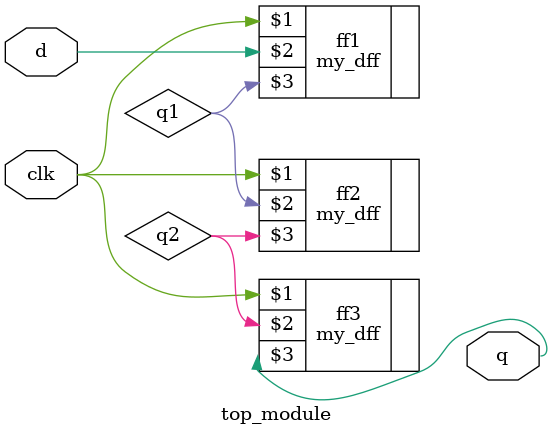
<source format=v>
module top_module ( input clk, input d, output q );

    wire q1,q2;
    my_dff ff1 ( clk,  d,  q1 );
    my_dff ff2 ( clk, q1,  q2 );
    my_dff ff3 ( clk, q2,  q  );
endmodule

</source>
